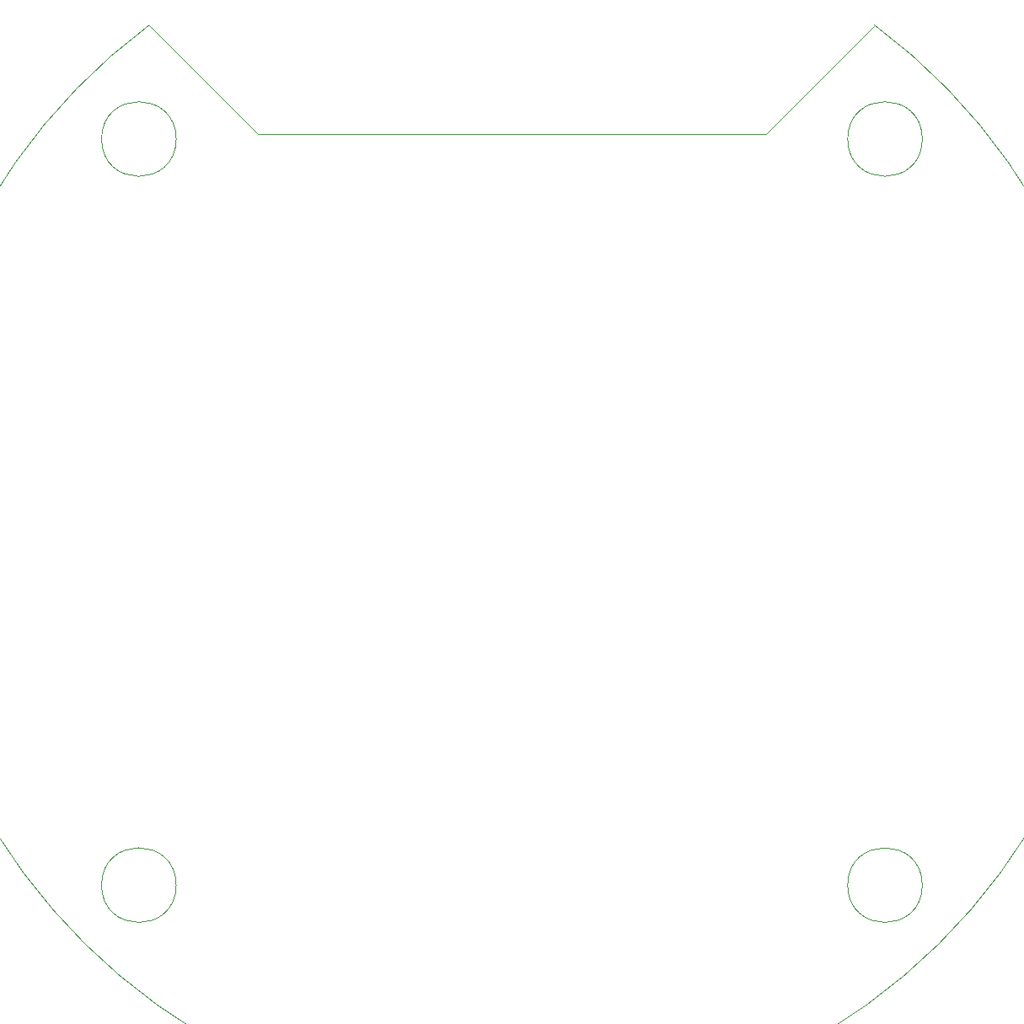
<source format=gbr>
%TF.GenerationSoftware,KiCad,Pcbnew,7.0.2-0*%
%TF.CreationDate,2023-06-29T11:19:38+08:00*%
%TF.ProjectId,H160_board,48313630-5f62-46f6-9172-642e6b696361,rev?*%
%TF.SameCoordinates,Original*%
%TF.FileFunction,Profile,NP*%
%FSLAX46Y46*%
G04 Gerber Fmt 4.6, Leading zero omitted, Abs format (unit mm)*
G04 Created by KiCad (PCBNEW 7.0.2-0) date 2023-06-29 11:19:38*
%MOMM*%
%LPD*%
G01*
G04 APERTURE LIST*
%TA.AperFunction,Profile*%
%ADD10C,0.100000*%
%TD*%
G04 APERTURE END LIST*
D10*
X141227000Y-62523000D02*
G75*
G03*
X141227000Y-62523000I-3750000J0D01*
G01*
X66273000Y-62523000D02*
G75*
G03*
X66273000Y-62523000I-3750000J0D01*
G01*
X74500000Y-62000000D02*
X63571628Y-51071544D01*
X141227000Y-137477000D02*
G75*
G03*
X141227000Y-137477000I-3750000J0D01*
G01*
X74500000Y-62000000D02*
X125500000Y-62000000D01*
X63571628Y-51071544D02*
G75*
G03*
X136425422Y-51069347I36428372J-48928456D01*
G01*
X66273000Y-137477000D02*
G75*
G03*
X66273000Y-137477000I-3750000J0D01*
G01*
X125500000Y-62000000D02*
X136425422Y-51069347D01*
M02*

</source>
